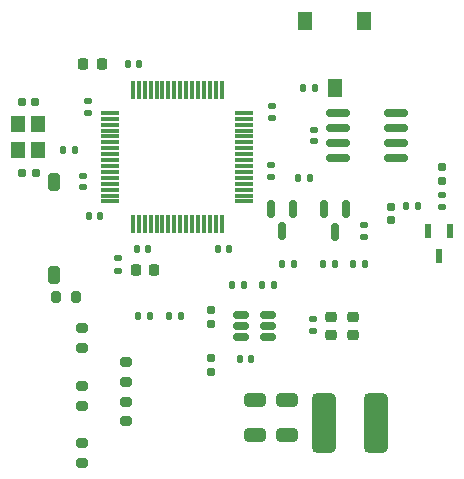
<source format=gbr>
%TF.GenerationSoftware,KiCad,Pcbnew,(6.0.8)*%
%TF.CreationDate,2022-10-25T21:38:08+02:00*%
%TF.ProjectId,stm_v3,73746d5f-7633-42e6-9b69-6361645f7063,rev?*%
%TF.SameCoordinates,Original*%
%TF.FileFunction,Paste,Top*%
%TF.FilePolarity,Positive*%
%FSLAX46Y46*%
G04 Gerber Fmt 4.6, Leading zero omitted, Abs format (unit mm)*
G04 Created by KiCad (PCBNEW (6.0.8)) date 2022-10-25 21:38:08*
%MOMM*%
%LPD*%
G01*
G04 APERTURE LIST*
G04 Aperture macros list*
%AMRoundRect*
0 Rectangle with rounded corners*
0 $1 Rounding radius*
0 $2 $3 $4 $5 $6 $7 $8 $9 X,Y pos of 4 corners*
0 Add a 4 corners polygon primitive as box body*
4,1,4,$2,$3,$4,$5,$6,$7,$8,$9,$2,$3,0*
0 Add four circle primitives for the rounded corners*
1,1,$1+$1,$2,$3*
1,1,$1+$1,$4,$5*
1,1,$1+$1,$6,$7*
1,1,$1+$1,$8,$9*
0 Add four rect primitives between the rounded corners*
20,1,$1+$1,$2,$3,$4,$5,0*
20,1,$1+$1,$4,$5,$6,$7,0*
20,1,$1+$1,$6,$7,$8,$9,0*
20,1,$1+$1,$8,$9,$2,$3,0*%
G04 Aperture macros list end*
%ADD10RoundRect,0.140000X-0.140000X-0.170000X0.140000X-0.170000X0.140000X0.170000X-0.140000X0.170000X0*%
%ADD11RoundRect,0.525000X-0.525000X-2.025000X0.525000X-2.025000X0.525000X2.025000X-0.525000X2.025000X0*%
%ADD12RoundRect,0.075000X-0.075000X-0.700000X0.075000X-0.700000X0.075000X0.700000X-0.075000X0.700000X0*%
%ADD13RoundRect,0.075000X-0.700000X-0.075000X0.700000X-0.075000X0.700000X0.075000X-0.700000X0.075000X0*%
%ADD14RoundRect,0.135000X0.135000X0.185000X-0.135000X0.185000X-0.135000X-0.185000X0.135000X-0.185000X0*%
%ADD15RoundRect,0.160000X0.160000X-0.197500X0.160000X0.197500X-0.160000X0.197500X-0.160000X-0.197500X0*%
%ADD16RoundRect,0.155000X0.212500X0.155000X-0.212500X0.155000X-0.212500X-0.155000X0.212500X-0.155000X0*%
%ADD17RoundRect,0.155000X-0.212500X-0.155000X0.212500X-0.155000X0.212500X0.155000X-0.212500X0.155000X0*%
%ADD18RoundRect,0.150000X-0.350000X0.600000X-0.350000X-0.600000X0.350000X-0.600000X0.350000X0.600000X0*%
%ADD19RoundRect,0.140000X0.140000X0.170000X-0.140000X0.170000X-0.140000X-0.170000X0.140000X-0.170000X0*%
%ADD20RoundRect,0.200000X-0.200000X-0.275000X0.200000X-0.275000X0.200000X0.275000X-0.200000X0.275000X0*%
%ADD21R,1.200000X1.400000*%
%ADD22RoundRect,0.218750X-0.218750X-0.256250X0.218750X-0.256250X0.218750X0.256250X-0.218750X0.256250X0*%
%ADD23RoundRect,0.140000X-0.170000X0.140000X-0.170000X-0.140000X0.170000X-0.140000X0.170000X0.140000X0*%
%ADD24RoundRect,0.225000X0.225000X0.250000X-0.225000X0.250000X-0.225000X-0.250000X0.225000X-0.250000X0*%
%ADD25RoundRect,0.135000X-0.135000X-0.185000X0.135000X-0.185000X0.135000X0.185000X-0.135000X0.185000X0*%
%ADD26RoundRect,0.200000X0.275000X-0.200000X0.275000X0.200000X-0.275000X0.200000X-0.275000X-0.200000X0*%
%ADD27RoundRect,0.135000X0.185000X-0.135000X0.185000X0.135000X-0.185000X0.135000X-0.185000X-0.135000X0*%
%ADD28RoundRect,0.155000X0.155000X-0.212500X0.155000X0.212500X-0.155000X0.212500X-0.155000X-0.212500X0*%
%ADD29RoundRect,0.250000X0.650000X-0.325000X0.650000X0.325000X-0.650000X0.325000X-0.650000X-0.325000X0*%
%ADD30RoundRect,0.135000X-0.185000X0.135000X-0.185000X-0.135000X0.185000X-0.135000X0.185000X0.135000X0*%
%ADD31RoundRect,0.180000X0.420000X0.620000X-0.420000X0.620000X-0.420000X-0.620000X0.420000X-0.620000X0*%
%ADD32RoundRect,0.140000X0.170000X-0.140000X0.170000X0.140000X-0.170000X0.140000X-0.170000X-0.140000X0*%
%ADD33RoundRect,0.225000X-0.250000X0.225000X-0.250000X-0.225000X0.250000X-0.225000X0.250000X0.225000X0*%
%ADD34RoundRect,0.150000X-0.150000X0.587500X-0.150000X-0.587500X0.150000X-0.587500X0.150000X0.587500X0*%
%ADD35RoundRect,0.155000X-0.155000X0.212500X-0.155000X-0.212500X0.155000X-0.212500X0.155000X0.212500X0*%
%ADD36RoundRect,0.200000X-0.275000X0.200000X-0.275000X-0.200000X0.275000X-0.200000X0.275000X0.200000X0*%
%ADD37RoundRect,0.150000X0.512500X0.150000X-0.512500X0.150000X-0.512500X-0.150000X0.512500X-0.150000X0*%
%ADD38R,0.600000X1.300000*%
%ADD39RoundRect,0.150000X-0.825000X-0.150000X0.825000X-0.150000X0.825000X0.150000X-0.825000X0.150000X0*%
G04 APERTURE END LIST*
D10*
%TO.C,C10*%
X145907500Y-84310000D03*
X146867500Y-84310000D03*
%TD*%
D11*
%TO.C,L1*%
X170220000Y-101830000D03*
X165820000Y-101830000D03*
%TD*%
D12*
%TO.C,U1*%
X149627500Y-73635000D03*
X150127500Y-73635000D03*
X150627500Y-73635000D03*
X151127500Y-73635000D03*
X151627500Y-73635000D03*
X152127500Y-73635000D03*
X152627500Y-73635000D03*
X153127500Y-73635000D03*
X153627500Y-73635000D03*
X154127500Y-73635000D03*
X154627500Y-73635000D03*
X155127500Y-73635000D03*
X155627500Y-73635000D03*
X156127500Y-73635000D03*
X156627500Y-73635000D03*
X157127500Y-73635000D03*
D13*
X159052500Y-75560000D03*
X159052500Y-76060000D03*
X159052500Y-76560000D03*
X159052500Y-77060000D03*
X159052500Y-77560000D03*
X159052500Y-78060000D03*
X159052500Y-78560000D03*
X159052500Y-79060000D03*
X159052500Y-79560000D03*
X159052500Y-80060000D03*
X159052500Y-80560000D03*
X159052500Y-81060000D03*
X159052500Y-81560000D03*
X159052500Y-82060000D03*
X159052500Y-82560000D03*
X159052500Y-83060000D03*
D12*
X157127500Y-84985000D03*
X156627500Y-84985000D03*
X156127500Y-84985000D03*
X155627500Y-84985000D03*
X155127500Y-84985000D03*
X154627500Y-84985000D03*
X154127500Y-84985000D03*
X153627500Y-84985000D03*
X153127500Y-84985000D03*
X152627500Y-84985000D03*
X152127500Y-84985000D03*
X151627500Y-84985000D03*
X151127500Y-84985000D03*
X150627500Y-84985000D03*
X150127500Y-84985000D03*
X149627500Y-84985000D03*
D13*
X147702500Y-83060000D03*
X147702500Y-82560000D03*
X147702500Y-82060000D03*
X147702500Y-81560000D03*
X147702500Y-81060000D03*
X147702500Y-80560000D03*
X147702500Y-80060000D03*
X147702500Y-79560000D03*
X147702500Y-79060000D03*
X147702500Y-78560000D03*
X147702500Y-78060000D03*
X147702500Y-77560000D03*
X147702500Y-77060000D03*
X147702500Y-76560000D03*
X147702500Y-76060000D03*
X147702500Y-75560000D03*
%TD*%
D14*
%TO.C,R23*%
X159030000Y-90170000D03*
X158010000Y-90170000D03*
%TD*%
%TO.C,R22*%
X161600000Y-90170000D03*
X160580000Y-90170000D03*
%TD*%
D15*
%TO.C,R14*%
X156230000Y-92282500D03*
X156230000Y-93477500D03*
%TD*%
%TO.C,R13*%
X156230000Y-96302500D03*
X156230000Y-97497500D03*
%TD*%
D16*
%TO.C,C9*%
X141385000Y-80660000D03*
X140250000Y-80660000D03*
%TD*%
D17*
%TO.C,C8*%
X140200000Y-74660000D03*
X141335000Y-74660000D03*
%TD*%
D18*
%TO.C,SW1*%
X142960000Y-89290000D03*
X142960000Y-81390000D03*
%TD*%
D19*
%TO.C,C3*%
X156797500Y-87060000D03*
X157757500Y-87060000D03*
%TD*%
D20*
%TO.C,R7*%
X143145000Y-91180000D03*
X144795000Y-91180000D03*
%TD*%
D21*
%TO.C,Y1*%
X139907500Y-76510000D03*
X139907500Y-78710000D03*
X141607500Y-78710000D03*
X141607500Y-76510000D03*
%TD*%
D10*
%TO.C,C5*%
X150127500Y-71440000D03*
X149167500Y-71440000D03*
%TD*%
D22*
%TO.C,D2*%
X151445000Y-88900000D03*
X149870000Y-88900000D03*
%TD*%
D23*
%TO.C,C16*%
X164910000Y-93040000D03*
X164910000Y-94000000D03*
%TD*%
D24*
%TO.C,C1*%
X145422500Y-71450000D03*
X146972500Y-71450000D03*
%TD*%
D25*
%TO.C,R4*%
X164010000Y-73460000D03*
X165030000Y-73460000D03*
%TD*%
D26*
%TO.C,R8*%
X145290000Y-95455000D03*
X145290000Y-93805000D03*
%TD*%
D27*
%TO.C,R2*%
X175800000Y-83530000D03*
X175800000Y-82510000D03*
%TD*%
D26*
%TO.C,R9*%
X145290000Y-100345000D03*
X145290000Y-98695000D03*
%TD*%
D25*
%TO.C,R11*%
X151060000Y-92780000D03*
X150040000Y-92780000D03*
%TD*%
%TO.C,R19*%
X163590000Y-81080000D03*
X164610000Y-81080000D03*
%TD*%
D28*
%TO.C,C13*%
X175800000Y-80172500D03*
X175800000Y-81307500D03*
%TD*%
D29*
%TO.C,C18*%
X162630000Y-102845000D03*
X162630000Y-99895000D03*
%TD*%
D25*
%TO.C,R20*%
X169240000Y-88380000D03*
X168220000Y-88380000D03*
%TD*%
D30*
%TO.C,R21*%
X169230000Y-86090000D03*
X169230000Y-85070000D03*
%TD*%
D25*
%TO.C,R17*%
X166720000Y-88380000D03*
X165700000Y-88380000D03*
%TD*%
D14*
%TO.C,R12*%
X152670000Y-92760000D03*
X153690000Y-92760000D03*
%TD*%
%TO.C,R16*%
X162260000Y-88380000D03*
X163280000Y-88380000D03*
%TD*%
D31*
%TO.C,SW2*%
X164230000Y-67750000D03*
X166730000Y-73450000D03*
X169230000Y-67750000D03*
%TD*%
D29*
%TO.C,C19*%
X159990000Y-102855000D03*
X159990000Y-99905000D03*
%TD*%
D10*
%TO.C,C17*%
X158680000Y-96410000D03*
X159640000Y-96410000D03*
%TD*%
D25*
%TO.C,R3*%
X144727500Y-78710000D03*
X143707500Y-78710000D03*
%TD*%
D32*
%TO.C,C11*%
X164980000Y-77970000D03*
X164980000Y-77010000D03*
%TD*%
D33*
%TO.C,C14*%
X166400000Y-92805000D03*
X166400000Y-94355000D03*
%TD*%
D34*
%TO.C,Q2*%
X167690000Y-83740000D03*
X165790000Y-83740000D03*
X166740000Y-85615000D03*
%TD*%
D35*
%TO.C,C12*%
X171480000Y-83492500D03*
X171480000Y-84627500D03*
%TD*%
D36*
%TO.C,R6*%
X149000000Y-100005000D03*
X149000000Y-101655000D03*
%TD*%
D23*
%TO.C,C4*%
X161367500Y-75970000D03*
X161367500Y-75010000D03*
%TD*%
D30*
%TO.C,R18*%
X161277500Y-79960000D03*
X161277500Y-80980000D03*
%TD*%
D34*
%TO.C,Q1*%
X162260000Y-85585000D03*
X161310000Y-83710000D03*
X163210000Y-83710000D03*
%TD*%
D30*
%TO.C,R15*%
X148337500Y-88910000D03*
X148337500Y-87890000D03*
%TD*%
D37*
%TO.C,U3*%
X161067500Y-94580000D03*
X161067500Y-93630000D03*
X161067500Y-92680000D03*
X158792500Y-92680000D03*
X158792500Y-93630000D03*
X158792500Y-94580000D03*
%TD*%
D26*
%TO.C,R10*%
X145290000Y-105195000D03*
X145290000Y-103545000D03*
%TD*%
D14*
%TO.C,R1*%
X173740000Y-83490000D03*
X172720000Y-83490000D03*
%TD*%
D38*
%TO.C,D1*%
X176470000Y-85550000D03*
X174570000Y-85550000D03*
X175520000Y-87650000D03*
%TD*%
D32*
%TO.C,C7*%
X145427500Y-80900000D03*
X145427500Y-81860000D03*
%TD*%
%TO.C,C6*%
X145797500Y-74580000D03*
X145797500Y-75540000D03*
%TD*%
D39*
%TO.C,U2*%
X166955000Y-75605000D03*
X166955000Y-76875000D03*
X166955000Y-78145000D03*
X166955000Y-79415000D03*
X171905000Y-79415000D03*
X171905000Y-78145000D03*
X171905000Y-76875000D03*
X171905000Y-75605000D03*
%TD*%
D33*
%TO.C,C15*%
X168220000Y-92815000D03*
X168220000Y-94365000D03*
%TD*%
D36*
%TO.C,R5*%
X149000000Y-96695000D03*
X149000000Y-98345000D03*
%TD*%
D19*
%TO.C,C2*%
X149947500Y-87070000D03*
X150907500Y-87070000D03*
%TD*%
M02*

</source>
